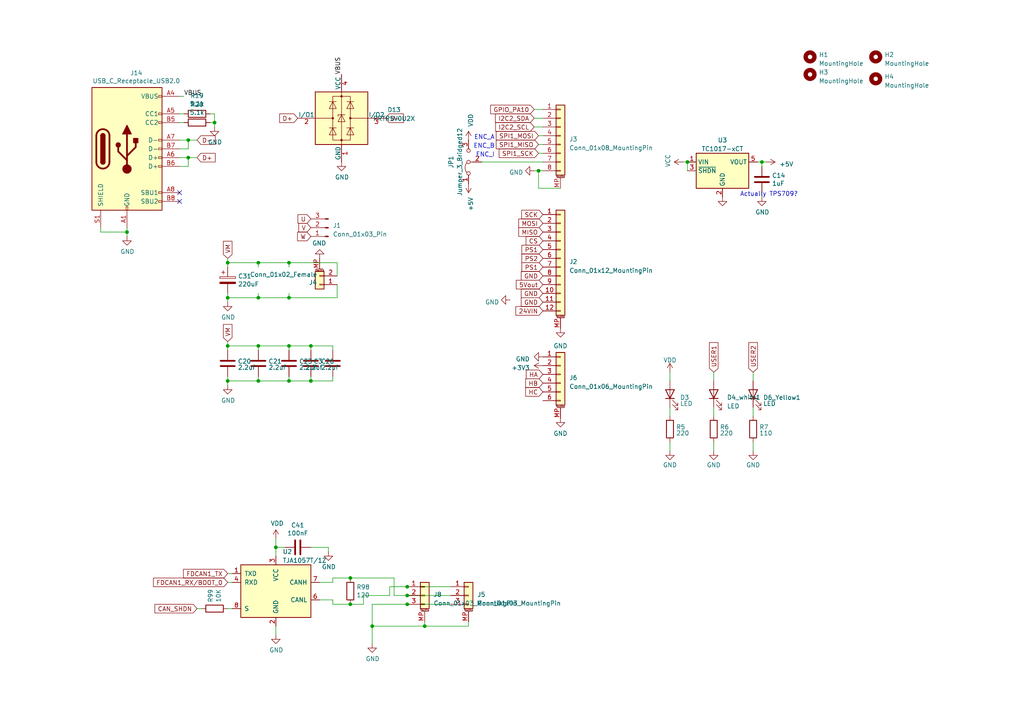
<source format=kicad_sch>
(kicad_sch (version 20230121) (generator eeschema)
  (paper "A4")
  (lib_symbols
    (symbol "Connector:Conn_01x03_Pin" (pin_names (offset 1.016) hide)
      (property "Reference" "J" (at 0 5.08 0))
      (property "Value" "Conn_01x03_Pin" (at 0 -5.08 0))
      (symbol "Conn_01x03_Pin_1_1"
        (polyline (pts (xy 1.27 -2.54) (xy 0.8636 -2.54)) (stroke (width 0.1524)))
        (polyline (pts (xy 1.27 0) (xy 0.8636 0)) (stroke (width 0.1524)))
        (polyline (pts (xy 1.27 2.54) (xy 0.8636 2.54)) (stroke (width 0.1524)))
        (rectangle (start 0.8636 -2.413) (end 0 -2.667) (stroke (width 0.1524)) (fill (type outline)))
        (rectangle (start 0.8636 0.127) (end 0 -0.127) (stroke (width 0.1524)) (fill (type outline)))
        (rectangle (start 0.8636 2.667) (end 0 2.413) (stroke (width 0.1524)) (fill (type outline)))
        (pin passive line (at 5.08 2.54 180) (length 3.81) (name "Pin_1") (number "1"))
        (pin passive line (at 5.08 0 180) (length 3.81) (name "Pin_2") (number "2"))
        (pin passive line (at 5.08 -2.54 180) (length 3.81) (name "Pin_3") (number "3"))
      )
    )
    (symbol "Connector:USB_C_Receptacle_USB2.0" (pin_names (offset 1.016))
      (property "Reference" "J" (at -10.16 19.05 0))
      (property "Value" "USB_C_Receptacle_USB2.0" (at 19.05 19.05 0))
      (symbol "USB_C_Receptacle_USB2.0_0_0"
        (rectangle (start -0.254 -17.78) (end 0.254 -16.764))
        (rectangle (start 10.16 -14.986) (end 9.144 -15.494))
        (rectangle (start 10.16 -12.446) (end 9.144 -12.954))
        (rectangle (start 10.16 -4.826) (end 9.144 -5.334))
        (rectangle (start 10.16 -2.286) (end 9.144 -2.794))
        (rectangle (start 10.16 0.254) (end 9.144 -0.254))
        (rectangle (start 10.16 2.794) (end 9.144 2.286))
        (rectangle (start 10.16 7.874) (end 9.144 7.366))
        (rectangle (start 10.16 10.414) (end 9.144 9.906))
        (rectangle (start 10.16 15.494) (end 9.144 14.986))
      )
      (symbol "USB_C_Receptacle_USB2.0_0_1"
        (rectangle (start -10.16 17.78) (end 10.16 -17.78) (stroke (width 0.254)) (fill (type background)))
        (arc (start -8.89 -3.81) (mid -6.985 -5.7067) (end -5.08 -3.81) (stroke (width 0.508)))
        (arc (start -7.62 -3.81) (mid -6.985 -4.4423) (end -6.35 -3.81) (stroke (width 0.254)))
        (arc (start -7.62 -3.81) (mid -6.985 -4.4423) (end -6.35 -3.81) (stroke (width 0.254)) (fill (type outline)))
        (rectangle (start -7.62 -3.81) (end -6.35 3.81) (stroke (width 0.254)) (fill (type outline)))
        (arc (start -6.35 3.81) (mid -6.985 4.4423) (end -7.62 3.81) (stroke (width 0.254)))
        (arc (start -6.35 3.81) (mid -6.985 4.4423) (end -7.62 3.81) (stroke (width 0.254)) (fill (type outline)))
        (arc (start -5.08 3.81) (mid -6.985 5.7067) (end -8.89 3.81) (stroke (width 0.508)))
        (circle (center -2.54 1.143) (radius 0.635) (stroke (width 0.254)) (fill (type outline)))
        (circle (center 0 -5.842) (radius 1.27) (fill (type outline)))
        (polyline (pts (xy -8.89 -3.81) (xy -8.89 3.81)) (stroke (width 0.508)))
        (polyline (pts (xy -5.08 3.81) (xy -5.08 -3.81)) (stroke (width 0.508)))
        (polyline (pts (xy 0 -5.842) (xy 0 4.318)) (stroke (width 0.508)))
        (polyline (pts (xy 0 -3.302) (xy -2.54 -0.762) (xy -2.54 0.508)) (stroke (width 0.508)))
        (polyline (pts (xy 0 -2.032) (xy 2.54 0.508) (xy 2.54 1.778)) (stroke (width 0.508)))
        (polyline (pts (xy -1.27 4.318) (xy 0 6.858) (xy 1.27 4.318) (xy -1.27 4.318)) (stroke (width 0.254)) (fill (type outline)))
        (rectangle (start 1.905 1.778) (end 3.175 3.048) (stroke (width 0.254)) (fill (type outline)))
      )
      (symbol "USB_C_Receptacle_USB2.0_1_1"
        (pin passive line (at 0 -22.86 90) (length 5.08) (name "GND") (number "A1"))
        (pin passive line (at 0 -22.86 90) (length 5.08) hide (name "GND") (number "A12"))
        (pin passive line (at 15.24 15.24 180) (length 5.08) (name "VBUS") (number "A4"))
        (pin bidirectional line (at 15.24 10.16 180) (length 5.08) (name "CC1") (number "A5"))
        (pin bidirectional line (at 15.24 -2.54 180) (length 5.08) (name "D+") (number "A6"))
        (pin bidirectional line (at 15.24 2.54 180) (length 5.08) (name "D-") (number "A7"))
        (pin bidirectional line (at 15.24 -12.7 180) (length 5.08) (name "SBU1") (number "A8"))
        (pin passive line (at 15.24 15.24 180) (length 5.08) hide (name "VBUS") (number "A9"))
        (pin passive line (at 0 -22.86 90) (length 5.08) hide (name "GND") (number "B1"))
        (pin passive line (at 0 -22.86 90) (length 5.08) hide (name "GND") (number "B12"))
        (pin passive line (at 15.24 15.24 180) (length 5.08) hide (name "VBUS") (number "B4"))
        (pin bidirectional line (at 15.24 7.62 180) (length 5.08) (name "CC2") (number "B5"))
        (pin bidirectional line (at 15.24 -5.08 180) (length 5.08) (name "D+") (number "B6"))
        (pin bidirectional line (at 15.24 0 180) (length 5.08) (name "D-") (number "B7"))
        (pin bidirectional line (at 15.24 -15.24 180) (length 5.08) (name "SBU2") (number "B8"))
        (pin passive line (at 15.24 15.24 180) (length 5.08) hide (name "VBUS") (number "B9"))
        (pin passive line (at -7.62 -22.86 90) (length 5.08) (name "SHIELD") (number "S1"))
      )
    )
    (symbol "Connector_Generic_MountingPin:Conn_01x02_MountingPin" (pin_names (offset 1.016) hide)
      (property "Reference" "J" (at 0 2.54 0))
      (property "Value" "Conn_01x02_MountingPin" (at 1.27 -5.08 0))
      (symbol "Conn_01x02_MountingPin_1_1"
        (rectangle (start -1.27 -2.413) (end 0 -2.667) (stroke (width 0.1524)))
        (rectangle (start -1.27 0.127) (end 0 -0.127) (stroke (width 0.1524)))
        (rectangle (start -1.27 1.27) (end 1.27 -3.81) (stroke (width 0.254)) (fill (type background)))
        (polyline (pts (xy -1.016 -4.572) (xy 1.016 -4.572)) (stroke (width 0.1524)))
        (text "Mounting" (at 0 -4.191 0) (effects (font (size 0.381 0.381))))
        (pin passive line (at -5.08 0 0) (length 3.81) (name "Pin_1") (number "1"))
        (pin passive line (at -5.08 -2.54 0) (length 3.81) (name "Pin_2") (number "2"))
        (pin passive line (at 0 -7.62 90) (length 3.048) (name "MountPin") (number "MP"))
      )
    )
    (symbol "Connector_Generic_MountingPin:Conn_01x03_MountingPin" (pin_names (offset 1.016) hide)
      (property "Reference" "J" (at 0 5.08 0))
      (property "Value" "Conn_01x03_MountingPin" (at 1.27 -5.08 0))
      (symbol "Conn_01x03_MountingPin_1_1"
        (rectangle (start -1.27 -2.413) (end 0 -2.667) (stroke (width 0.1524)))
        (rectangle (start -1.27 0.127) (end 0 -0.127) (stroke (width 0.1524)))
        (rectangle (start -1.27 2.667) (end 0 2.413) (stroke (width 0.1524)))
        (rectangle (start -1.27 3.81) (end 1.27 -3.81) (stroke (width 0.254)) (fill (type background)))
        (polyline (pts (xy -1.016 -4.572) (xy 1.016 -4.572)) (stroke (width 0.1524)))
        (text "Mounting" (at 0 -4.191 0) (effects (font (size 0.381 0.381))))
        (pin passive line (at -5.08 2.54 0) (length 3.81) (name "Pin_1") (number "1"))
        (pin passive line (at -5.08 0 0) (length 3.81) (name "Pin_2") (number "2"))
        (pin passive line (at -5.08 -2.54 0) (length 3.81) (name "Pin_3") (number "3"))
        (pin passive line (at 0 -7.62 90) (length 3.048) (name "MountPin") (number "MP"))
      )
    )
    (symbol "Connector_Generic_MountingPin:Conn_01x06_MountingPin" (pin_names (offset 1.016) hide)
      (property "Reference" "J" (at 0 7.62 0))
      (property "Value" "Conn_01x06_MountingPin" (at 1.27 -10.16 0))
      (symbol "Conn_01x06_MountingPin_1_1"
        (rectangle (start -1.27 -7.493) (end 0 -7.747) (stroke (width 0.1524)))
        (rectangle (start -1.27 -4.953) (end 0 -5.207) (stroke (width 0.1524)))
        (rectangle (start -1.27 -2.413) (end 0 -2.667) (stroke (width 0.1524)))
        (rectangle (start -1.27 0.127) (end 0 -0.127) (stroke (width 0.1524)))
        (rectangle (start -1.27 2.667) (end 0 2.413) (stroke (width 0.1524)))
        (rectangle (start -1.27 5.207) (end 0 4.953) (stroke (width 0.1524)))
        (rectangle (start -1.27 6.35) (end 1.27 -8.89) (stroke (width 0.254)) (fill (type background)))
        (polyline (pts (xy -1.016 -9.652) (xy 1.016 -9.652)) (stroke (width 0.1524)))
        (text "Mounting" (at 0 -9.271 0) (effects (font (size 0.381 0.381))))
        (pin passive line (at -5.08 5.08 0) (length 3.81) (name "Pin_1") (number "1"))
        (pin passive line (at -5.08 2.54 0) (length 3.81) (name "Pin_2") (number "2"))
        (pin passive line (at -5.08 0 0) (length 3.81) (name "Pin_3") (number "3"))
        (pin passive line (at -5.08 -2.54 0) (length 3.81) (name "Pin_4") (number "4"))
        (pin passive line (at -5.08 -5.08 0) (length 3.81) (name "Pin_5") (number "5"))
        (pin passive line (at -5.08 -7.62 0) (length 3.81) (name "Pin_6") (number "6"))
        (pin passive line (at 0 -12.7 90) (length 3.048) (name "MountPin") (number "MP"))
      )
    )
    (symbol "Connector_Generic_MountingPin:Conn_01x08_MountingPin" (pin_names (offset 1.016) hide)
      (property "Reference" "J" (at 0 10.16 0))
      (property "Value" "Conn_01x08_MountingPin" (at 1.27 -12.7 0))
      (symbol "Conn_01x08_MountingPin_1_1"
        (rectangle (start -1.27 -10.033) (end 0 -10.287) (stroke (width 0.1524)))
        (rectangle (start -1.27 -7.493) (end 0 -7.747) (stroke (width 0.1524)))
        (rectangle (start -1.27 -4.953) (end 0 -5.207) (stroke (width 0.1524)))
        (rectangle (start -1.27 -2.413) (end 0 -2.667) (stroke (width 0.1524)))
        (rectangle (start -1.27 0.127) (end 0 -0.127) (stroke (width 0.1524)))
        (rectangle (start -1.27 2.667) (end 0 2.413) (stroke (width 0.1524)))
        (rectangle (start -1.27 5.207) (end 0 4.953) (stroke (width 0.1524)))
        (rectangle (start -1.27 7.747) (end 0 7.493) (stroke (width 0.1524)))
        (rectangle (start -1.27 8.89) (end 1.27 -11.43) (stroke (width 0.254)) (fill (type background)))
        (polyline (pts (xy -1.016 -12.192) (xy 1.016 -12.192)) (stroke (width 0.1524)))
        (text "Mounting" (at 0 -11.811 0) (effects (font (size 0.381 0.381))))
        (pin passive line (at -5.08 7.62 0) (length 3.81) (name "Pin_1") (number "1"))
        (pin passive line (at -5.08 5.08 0) (length 3.81) (name "Pin_2") (number "2"))
        (pin passive line (at -5.08 2.54 0) (length 3.81) (name "Pin_3") (number "3"))
        (pin passive line (at -5.08 0 0) (length 3.81) (name "Pin_4") (number "4"))
        (pin passive line (at -5.08 -2.54 0) (length 3.81) (name "Pin_5") (number "5"))
        (pin passive line (at -5.08 -5.08 0) (length 3.81) (name "Pin_6") (number "6"))
        (pin passive line (at -5.08 -7.62 0) (length 3.81) (name "Pin_7") (number "7"))
        (pin passive line (at -5.08 -10.16 0) (length 3.81) (name "Pin_8") (number "8"))
        (pin passive line (at 0 -15.24 90) (length 3.048) (name "MountPin") (number "MP"))
      )
    )
    (symbol "Connector_Generic_MountingPin:Conn_01x12_MountingPin" (pin_names (offset 1.016) hide)
      (property "Reference" "J" (at 0 15.24 0))
      (property "Value" "Conn_01x12_MountingPin" (at 1.27 -17.78 0))
      (symbol "Conn_01x12_MountingPin_1_1"
        (rectangle (start -1.27 -15.113) (end 0 -15.367) (stroke (width 0.1524)))
        (rectangle (start -1.27 -12.573) (end 0 -12.827) (stroke (width 0.1524)))
        (rectangle (start -1.27 -10.033) (end 0 -10.287) (stroke (width 0.1524)))
        (rectangle (start -1.27 -7.493) (end 0 -7.747) (stroke (width 0.1524)))
        (rectangle (start -1.27 -4.953) (end 0 -5.207) (stroke (width 0.1524)))
        (rectangle (start -1.27 -2.413) (end 0 -2.667) (stroke (width 0.1524)))
        (rectangle (start -1.27 0.127) (end 0 -0.127) (stroke (width 0.1524)))
        (rectangle (start -1.27 2.667) (end 0 2.413) (stroke (width 0.1524)))
        (rectangle (start -1.27 5.207) (end 0 4.953) (stroke (width 0.1524)))
        (rectangle (start -1.27 7.747) (end 0 7.493) (stroke (width 0.1524)))
        (rectangle (start -1.27 10.287) (end 0 10.033) (stroke (width 0.1524)))
        (rectangle (start -1.27 12.827) (end 0 12.573) (stroke (width 0.1524)))
        (rectangle (start -1.27 13.97) (end 1.27 -16.51) (stroke (width 0.254)) (fill (type background)))
        (polyline (pts (xy -1.016 -17.272) (xy 1.016 -17.272)) (stroke (width 0.1524)))
        (text "Mounting" (at 0 -16.891 0) (effects (font (size 0.381 0.381))))
        (pin passive line (at -5.08 12.7 0) (length 3.81) (name "Pin_1") (number "1"))
        (pin passive line (at -5.08 -10.16 0) (length 3.81) (name "Pin_10") (number "10"))
        (pin passive line (at -5.08 -12.7 0) (length 3.81) (name "Pin_11") (number "11"))
        (pin passive line (at -5.08 -15.24 0) (length 3.81) (name "Pin_12") (number "12"))
        (pin passive line (at -5.08 10.16 0) (length 3.81) (name "Pin_2") (number "2"))
        (pin passive line (at -5.08 7.62 0) (length 3.81) (name "Pin_3") (number "3"))
        (pin passive line (at -5.08 5.08 0) (length 3.81) (name "Pin_4") (number "4"))
        (pin passive line (at -5.08 2.54 0) (length 3.81) (name "Pin_5") (number "5"))
        (pin passive line (at -5.08 0 0) (length 3.81) (name "Pin_6") (number "6"))
        (pin passive line (at -5.08 -2.54 0) (length 3.81) (name "Pin_7") (number "7"))
        (pin passive line (at -5.08 -5.08 0) (length 3.81) (name "Pin_8") (number "8"))
        (pin passive line (at -5.08 -7.62 0) (length 3.81) (name "Pin_9") (number "9"))
        (pin passive line (at 0 -20.32 90) (length 3.048) (name "MountPin") (number "MP"))
      )
    )
    (symbol "Device:C" (pin_numbers hide) (pin_names (offset 0.254))
      (property "Reference" "C" (at 0.635 2.54 0))
      (property "Value" "C" (at 0.635 -2.54 0))
      (symbol "C_0_1"
        (polyline (pts (xy -2.032 -0.762) (xy 2.032 -0.762)) (stroke (width 0.508)))
        (polyline (pts (xy -2.032 0.762) (xy 2.032 0.762)) (stroke (width 0.508)))
      )
      (symbol "C_1_1"
        (pin passive line (at 0 3.81 270) (length 2.794) (name "~") (number "1"))
        (pin passive line (at 0 -3.81 90) (length 2.794) (name "~") (number "2"))
      )
    )
    (symbol "Device:CP" (pin_numbers hide) (pin_names (offset 0.254))
      (property "Reference" "C" (at 0.635 2.54 0))
      (property "Value" "CP" (at 0.635 -2.54 0))
      (symbol "CP_0_1"
        (rectangle (start -2.286 0.508) (end 2.286 1.016))
        (polyline (pts (xy -1.778 2.286) (xy -0.762 2.286)))
        (polyline (pts (xy -1.27 2.794) (xy -1.27 1.778)))
        (rectangle (start 2.286 -0.508) (end -2.286 -1.016) (fill (type outline)))
      )
      (symbol "CP_1_1"
        (pin passive line (at 0 3.81 270) (length 2.794) (name "~") (number "1"))
        (pin passive line (at 0 -3.81 90) (length 2.794) (name "~") (number "2"))
      )
    )
    (symbol "Device:LED" (pin_numbers hide) (pin_names (offset 1.016) hide)
      (property "Reference" "D" (at 0 2.54 0))
      (property "Value" "LED" (at 0 -2.54 0))
      (symbol "LED_0_1"
        (polyline (pts (xy -1.27 -1.27) (xy -1.27 1.27)) (stroke (width 0.254)))
        (polyline (pts (xy -1.27 0) (xy 1.27 0)))
        (polyline (pts (xy 1.27 -1.27) (xy 1.27 1.27) (xy -1.27 0) (xy 1.27 -1.27)) (stroke (width 0.254)))
        (polyline (pts (xy -3.048 -0.762) (xy -4.572 -2.286) (xy -3.81 -2.286) (xy -4.572 -2.286) (xy -4.572 -1.524)))
        (polyline (pts (xy -1.778 -0.762) (xy -3.302 -2.286) (xy -2.54 -2.286) (xy -3.302 -2.286) (xy -3.302 -1.524)))
      )
      (symbol "LED_1_1"
        (pin passive line (at -3.81 0 0) (length 2.54) (name "K") (number "1"))
        (pin passive line (at 3.81 0 180) (length 2.54) (name "A") (number "2"))
      )
    )
    (symbol "Device:R" (pin_numbers hide) (pin_names (offset 0))
      (property "Reference" "R" (at 2.032 0 90))
      (property "Value" "R" (at 0 0 90))
      (symbol "R_0_1"
        (rectangle (start -1.016 -2.54) (end 1.016 2.54) (stroke (width 0.254)))
      )
      (symbol "R_1_1"
        (pin passive line (at 0 3.81 270) (length 1.27) (name "~") (number "1"))
        (pin passive line (at 0 -3.81 90) (length 1.27) (name "~") (number "2"))
      )
    )
    (symbol "Interface_CAN_LIN:TJA1051T" (pin_names (offset 1.016))
      (property "Reference" "U" (at -10.16 8.89 0))
      (property "Value" "TJA1051T" (at 1.27 8.89 0))
      (symbol "TJA1051T_0_1"
        (rectangle (start -10.16 7.62) (end 10.16 -7.62) (stroke (width 0.254)) (fill (type background)))
      )
      (symbol "TJA1051T_1_1"
        (pin input line (at -12.7 5.08 0) (length 2.54) (name "TXD") (number "1"))
        (pin power_in line (at 0 -10.16 90) (length 2.54) (name "GND") (number "2"))
        (pin power_in line (at 0 10.16 270) (length 2.54) (name "VCC") (number "3"))
        (pin output line (at -12.7 2.54 0) (length 2.54) (name "RXD") (number "4"))
        (pin no_connect line (at -12.7 -2.54 0) (length 2.54) hide (name "n.c.") (number "5"))
        (pin bidirectional line (at 12.7 -2.54 180) (length 2.54) (name "CANL") (number "6"))
        (pin bidirectional line (at 12.7 2.54 180) (length 2.54) (name "CANH") (number "7"))
        (pin input line (at -12.7 -5.08 0) (length 2.54) (name "S") (number "8"))
      )
    )
    (symbol "Jumper:Jumper_3_Bridged12" (pin_names (offset 0) hide)
      (property "Reference" "JP" (at -2.54 -2.54 0))
      (property "Value" "Jumper_3_Bridged12" (at 0 2.794 0))
      (symbol "Jumper_3_Bridged12_0_0"
        (circle (center -3.302 0) (radius 0.508))
        (circle (center 0 0) (radius 0.508))
        (circle (center 3.302 0) (radius 0.508))
      )
      (symbol "Jumper_3_Bridged12_0_1"
        (arc (start -0.254 0.508) (mid -1.651 0.9912) (end -3.048 0.508))
        (polyline (pts (xy 0 -1.27) (xy 0 -0.508)))
      )
      (symbol "Jumper_3_Bridged12_1_1"
        (pin passive line (at -6.35 0 0) (length 2.54) (name "A") (number "1"))
        (pin passive line (at 0 -3.81 90) (length 2.54) (name "C") (number "2"))
        (pin passive line (at 6.35 0 180) (length 2.54) (name "B") (number "3"))
      )
    )
    (symbol "Mechanical:MountingHole" (pin_names (offset 1.016))
      (property "Reference" "H" (at 0 5.08 0))
      (property "Value" "MountingHole" (at 0 3.175 0))
      (symbol "MountingHole_0_1"
        (circle (center 0 0) (radius 1.27) (stroke (width 1.27)))
      )
    )
    (symbol "Power_Protection:PRTR5V0U2X" (pin_names (offset 0))
      (property "Reference" "D" (at 2.794 8.636 0))
      (property "Value" "PRTR5V0U2X" (at 8.128 -9.398 0))
      (symbol "PRTR5V0U2X_0_1"
        (rectangle (start -7.62 -7.62) (end 7.62 7.62) (stroke (width 0.254)) (fill (type background)))
        (circle (center -2.54 0) (radius 0.254) (fill (type outline)))
        (rectangle (start -2.54 6.35) (end 2.54 -6.35))
        (circle (center 0 -6.35) (radius 0.254) (fill (type outline)))
        (polyline (pts (xy -2.54 0) (xy -7.62 0)))
        (polyline (pts (xy -1.524 -2.794) (xy -3.556 -2.794)))
        (polyline (pts (xy -1.524 4.826) (xy -3.556 4.826)))
        (polyline (pts (xy 0 -7.62) (xy 0 7.62)))
        (polyline (pts (xy 1.524 -2.794) (xy 3.556 -2.794)))
        (polyline (pts (xy 1.524 4.826) (xy 3.556 4.826)))
        (polyline (pts (xy 2.54 0) (xy 7.62 0)))
        (polyline (pts (xy 1.016 1.016) (xy -1.016 1.016) (xy -1.016 0.508)))
        (polyline (pts (xy -3.556 -4.826) (xy -1.524 -4.826) (xy -2.54 -2.794) (xy -3.556 -4.826)))
        (polyline (pts (xy -3.556 2.794) (xy -1.524 2.794) (xy -2.54 4.826) (xy -3.556 2.794)))
        (polyline (pts (xy -1.016 -1.016) (xy 1.016 -1.016) (xy 0 1.016) (xy -1.016 -1.016)))
        (polyline (pts (xy 3.556 -4.826) (xy 1.524 -4.826) (xy 2.54 -2.794) (xy 3.556 -4.826)))
        (polyline (pts (xy 3.556 2.794) (xy 1.524 2.794) (xy 2.54 4.826) (xy 3.556 2.794)))
        (circle (center 0 6.35) (radius 0.254) (fill (type outline)))
        (circle (center 2.54 0) (radius 0.254) (fill (type outline)))
      )
      (symbol "PRTR5V0U2X_1_1"
        (pin passive line (at 0 -12.7 90) (length 5.08) (name "GND") (number "1"))
        (pin passive line (at -12.7 0 0) (length 5.08) (name "I/O1") (number "2"))
        (pin passive line (at 12.7 0 180) (length 5.08) (name "I/O2") (number "3"))
        (pin passive line (at 0 12.7 270) (length 5.08) (name "VCC") (number "4"))
      )
    )
    (symbol "Regulator_Linear:TC1017-xCT"
      (property "Reference" "U" (at -6.35 6.35 0))
      (property "Value" "TC1017-xCT" (at 0 6.35 0))
      (symbol "TC1017-xCT_0_1"
        (rectangle (start -7.62 5.08) (end 7.62 -5.08) (stroke (width 0.254)) (fill (type background)))
      )
      (symbol "TC1017-xCT_1_1"
        (pin power_in line (at -10.16 2.54 0) (length 2.54) (name "VIN") (number "1"))
        (pin power_in line (at 0 -7.62 90) (length 2.54) (name "GND") (number "2"))
        (pin input line (at -10.16 0 0) (length 2.54) (name "~{SHDN}") (number "3"))
        (pin no_connect line (at 7.62 0 180) (length 2.54) hide (name "NC") (number "4"))
        (pin power_out line (at 10.16 2.54 180) (length 2.54) (name "VOUT") (number "5"))
      )
    )
    (symbol "power:+3V3" (power) (pin_names (offset 0))
      (property "Value" "+3V3" (at 0 3.556 0))
      (symbol "+3V3_0_1"
        (polyline (pts (xy -0.762 1.27) (xy 0 2.54)))
        (polyline (pts (xy 0 0) (xy 0 2.54)))
        (polyline (pts (xy 0 2.54) (xy 0.762 1.27)))
      )
      (symbol "+3V3_1_1"
        (pin power_in line (at 0 0 90) (length 0) hide (name "+3V3") (number "1"))
      )
    )
    (symbol "power:+5V" (power) (pin_names (offset 0))
      (property "Value" "+5V" (at 0 3.556 0))
      (symbol "+5V_0_1"
        (polyline (pts (xy -0.762 1.27) (xy 0 2.54)))
        (polyline (pts (xy 0 0) (xy 0 2.54)))
        (polyline (pts (xy 0 2.54) (xy 0.762 1.27)))
      )
      (symbol "+5V_1_1"
        (pin power_in line (at 0 0 90) (length 0) hide (name "+5V") (number "1"))
      )
    )
    (symbol "power:GND" (power) (pin_names (offset 0))
      (property "Value" "GND" (at 0 -3.81 0))
      (symbol "GND_0_1"
        (polyline (pts (xy 0 0) (xy 0 -1.27) (xy 1.27 -1.27) (xy 0 -2.54) (xy -1.27 -1.27) (xy 0 -1.27)))
      )
      (symbol "GND_1_1"
        (pin power_in line (at 0 0 270) (length 0) hide (name "GND") (number "1"))
      )
    )
    (symbol "power:VCC" (power) (pin_names (offset 0))
      (property "Value" "VCC" (at 0 3.81 0))
      (symbol "VCC_0_1"
        (polyline (pts (xy -0.762 1.27) (xy 0 2.54)))
        (polyline (pts (xy 0 0) (xy 0 2.54)))
        (polyline (pts (xy 0 2.54) (xy 0.762 1.27)))
      )
      (symbol "VCC_1_1"
        (pin power_in line (at 0 0 90) (length 0) hide (name "VCC") (number "1"))
      )
    )
    (symbol "power:VDD" (power) (pin_names (offset 0))
      (property "Value" "VDD" (at 0 3.81 0))
      (symbol "VDD_0_1"
        (polyline (pts (xy -0.762 1.27) (xy 0 2.54)))
        (polyline (pts (xy 0 0) (xy 0 2.54)))
        (polyline (pts (xy 0 2.54) (xy 0.762 1.27)))
      )
      (symbol "VDD_1_1"
        (pin power_in line (at 0 0 90) (length 0) hide (name "VDD") (number "1"))
      )
    )
  )
  (junction (at 54.61 40.64))
  (junction (at 66.04 86.36))
  (junction (at 220.98 46.99))
  (junction (at 66.04 110.49))
  (junction (at 101.6 167.64))
  (junction (at 156.21 49.53))
  (junction (at 118.11 172.72))
  (junction (at 74.93 76.2))
  (junction (at 118.11 170.18))
  (junction (at 90.17 100.33))
  (junction (at 66.04 76.2))
  (junction (at 107.95 181.61))
  (junction (at 199.39 46.99))
  (junction (at 66.04 100.33))
  (junction (at 83.82 110.49))
  (junction (at 74.93 100.33))
  (junction (at 118.11 175.26))
  (junction (at 83.82 76.2))
  (junction (at 123.19 181.61))
  (junction (at 83.82 86.36))
  (junction (at 74.93 86.36))
  (junction (at 101.6 175.26))
  (junction (at 62.23 35.56))
  (junction (at 90.17 110.49))
  (junction (at 36.83 67.31))
  (junction (at 83.82 100.33))
  (junction (at 74.93 110.49))
  (junction (at 80.01 158.75))
  (junction (at 54.61 45.72))
  (no_connect (at 52.07 58.42))
  (no_connect (at 52.07 55.88))
  (wire (pts (xy 74.93 85.09) (xy 74.93 86.36)))
  (wire (pts (xy 90.17 110.49) (xy 96.52 110.49)))
  (wire (pts (xy 220.98 48.26) (xy 220.98 46.99)))
  (wire (pts (xy 90.17 100.33) (xy 96.52 100.33)))
  (wire (pts (xy 101.6 167.64) (xy 114.3 167.64)))
  (wire (pts (xy 95.25 158.75) (xy 95.25 160.02)))
  (wire (pts (xy 66.04 100.33) (xy 66.04 101.6)))
  (wire (pts (xy 198.12 46.99) (xy 199.39 46.99)))
  (wire (pts (xy 118.11 172.72) (xy 130.81 172.72)))
  (wire (pts (xy 74.93 100.33) (xy 83.82 100.33)))
  (wire (pts (xy 66.04 168.91) (xy 67.31 168.91)))
  (wire (pts (xy 156.21 44.45) (xy 157.48 44.45)))
  (wire (pts (xy 123.19 181.61) (xy 135.89 181.61)))
  (wire (pts (xy 96.52 167.64) (xy 101.6 167.64)))
  (wire (pts (xy 96.52 110.49) (xy 96.52 109.22)))
  (wire (pts (xy 92.71 168.91) (xy 96.52 168.91)))
  (wire (pts (xy 66.04 110.49) (xy 66.04 111.76)))
  (wire (pts (xy 54.61 45.72) (xy 57.15 45.72)))
  (wire (pts (xy 207.01 118.11) (xy 207.01 120.65)))
  (wire (pts (xy 96.52 175.26) (xy 96.52 173.99)))
  (wire (pts (xy 83.82 100.33) (xy 90.17 100.33)))
  (wire (pts (xy 54.61 40.64) (xy 57.15 40.64)))
  (wire (pts (xy 52.07 40.64) (xy 54.61 40.64)))
  (wire (pts (xy 90.17 110.49) (xy 90.17 109.22)))
  (wire (pts (xy 96.52 173.99) (xy 92.71 173.99)))
  (wire (pts (xy 66.04 99.06) (xy 66.04 100.33)))
  (wire (pts (xy 36.83 66.04) (xy 36.83 67.31)))
  (wire (pts (xy 156.21 41.91) (xy 157.48 41.91)))
  (wire (pts (xy 60.96 35.56) (xy 62.23 35.56)))
  (wire (pts (xy 113.03 170.18) (xy 118.11 170.18)))
  (wire (pts (xy 105.41 175.26) (xy 101.6 175.26)))
  (wire (pts (xy 218.44 128.27) (xy 218.44 130.81)))
  (wire (pts (xy 66.04 86.36) (xy 66.04 85.09)))
  (wire (pts (xy 97.79 80.01) (xy 97.79 76.2)))
  (wire (pts (xy 207.01 128.27) (xy 207.01 130.81)))
  (wire (pts (xy 83.82 110.49) (xy 74.93 110.49)))
  (wire (pts (xy 118.11 170.18) (xy 130.81 170.18)))
  (wire (pts (xy 83.82 110.49) (xy 90.17 110.49)))
  (wire (pts (xy 162.56 54.61) (xy 156.21 54.61)))
  (wire (pts (xy 156.21 54.61) (xy 156.21 49.53)))
  (wire (pts (xy 118.11 175.26) (xy 107.95 175.26)))
  (wire (pts (xy 66.04 166.37) (xy 67.31 166.37)))
  (wire (pts (xy 83.82 76.2) (xy 74.93 76.2)))
  (wire (pts (xy 105.41 172.72) (xy 105.41 175.26)))
  (wire (pts (xy 118.11 172.72) (xy 114.3 172.72)))
  (wire (pts (xy 52.07 27.94) (xy 53.34 27.94)))
  (wire (pts (xy 199.39 46.99) (xy 199.39 49.53)))
  (wire (pts (xy 207.01 107.95) (xy 207.01 110.49)))
  (wire (pts (xy 66.04 109.22) (xy 66.04 110.49)))
  (wire (pts (xy 74.93 86.36) (xy 83.82 86.36)))
  (wire (pts (xy 90.17 100.33) (xy 90.17 101.6)))
  (wire (pts (xy 154.94 31.75) (xy 157.48 31.75)))
  (wire (pts (xy 218.44 107.95) (xy 218.44 110.49)))
  (wire (pts (xy 74.93 109.22) (xy 74.93 110.49)))
  (wire (pts (xy 218.44 118.11) (xy 218.44 120.65)))
  (wire (pts (xy 66.04 100.33) (xy 74.93 100.33)))
  (wire (pts (xy 83.82 85.09) (xy 83.82 86.36)))
  (wire (pts (xy 107.95 181.61) (xy 123.19 181.61)))
  (wire (pts (xy 74.93 100.33) (xy 74.93 101.6)))
  (wire (pts (xy 66.04 86.36) (xy 74.93 86.36)))
  (wire (pts (xy 90.17 158.75) (xy 95.25 158.75)))
  (wire (pts (xy 135.89 181.61) (xy 135.89 180.34)))
  (wire (pts (xy 113.03 172.72) (xy 113.03 170.18)))
  (wire (pts (xy 107.95 181.61) (xy 107.95 186.69)))
  (wire (pts (xy 156.21 39.37) (xy 157.48 39.37)))
  (wire (pts (xy 220.98 46.99) (xy 219.71 46.99)))
  (wire (pts (xy 54.61 40.64) (xy 54.61 43.18)))
  (wire (pts (xy 29.21 66.04) (xy 29.21 67.31)))
  (wire (pts (xy 220.98 55.88) (xy 220.98 57.15)))
  (wire (pts (xy 123.19 180.34) (xy 123.19 181.61)))
  (wire (pts (xy 80.01 158.75) (xy 80.01 156.21)))
  (wire (pts (xy 80.01 181.61) (xy 80.01 184.15)))
  (wire (pts (xy 57.15 176.53) (xy 58.42 176.53)))
  (wire (pts (xy 83.82 77.47) (xy 83.82 76.2)))
  (wire (pts (xy 96.52 168.91) (xy 96.52 167.64)))
  (wire (pts (xy 194.31 128.27) (xy 194.31 130.81)))
  (wire (pts (xy 74.93 76.2) (xy 66.04 76.2)))
  (wire (pts (xy 154.94 34.29) (xy 157.48 34.29)))
  (wire (pts (xy 80.01 161.29) (xy 80.01 158.75)))
  (wire (pts (xy 194.31 107.95) (xy 194.31 110.49)))
  (wire (pts (xy 52.07 43.18) (xy 54.61 43.18)))
  (wire (pts (xy 62.23 33.02) (xy 60.96 33.02)))
  (wire (pts (xy 156.21 49.53) (xy 157.48 49.53)))
  (wire (pts (xy 74.93 110.49) (xy 66.04 110.49)))
  (wire (pts (xy 74.93 77.47) (xy 74.93 76.2)))
  (wire (pts (xy 67.31 176.53) (xy 66.04 176.53)))
  (wire (pts (xy 66.04 77.47) (xy 66.04 76.2)))
  (wire (pts (xy 154.94 36.83) (xy 157.48 36.83)))
  (wire (pts (xy 114.3 172.72) (xy 114.3 167.64)))
  (wire (pts (xy 220.98 46.99) (xy 222.25 46.99)))
  (wire (pts (xy 52.07 33.02) (xy 53.34 33.02)))
  (wire (pts (xy 66.04 76.2) (xy 66.04 74.93)))
  (wire (pts (xy 29.21 67.31) (xy 36.83 67.31)))
  (wire (pts (xy 105.41 172.72) (xy 113.03 172.72)))
  (wire (pts (xy 107.95 175.26) (xy 107.95 181.61)))
  (wire (pts (xy 101.6 175.26) (xy 96.52 175.26)))
  (wire (pts (xy 154.94 49.53) (xy 156.21 49.53)))
  (wire (pts (xy 52.07 45.72) (xy 54.61 45.72)))
  (wire (pts (xy 62.23 35.56) (xy 62.23 33.02)))
  (wire (pts (xy 80.01 158.75) (xy 82.55 158.75)))
  (wire (pts (xy 52.07 48.26) (xy 54.61 48.26)))
  (wire (pts (xy 194.31 118.11) (xy 194.31 120.65)))
  (wire (pts (xy 52.07 35.56) (xy 53.34 35.56)))
  (wire (pts (xy 97.79 86.36) (xy 97.79 82.55)))
  (wire (pts (xy 97.79 76.2) (xy 83.82 76.2)))
  (wire (pts (xy 83.82 109.22) (xy 83.82 110.49)))
  (wire (pts (xy 83.82 86.36) (xy 97.79 86.36)))
  (wire (pts (xy 66.04 87.63) (xy 66.04 86.36)))
  (wire (pts (xy 83.82 101.6) (xy 83.82 100.33)))
  (wire (pts (xy 118.11 175.26) (xy 130.81 175.26)))
  (wire (pts (xy 36.83 67.31) (xy 36.83 68.58)))
  (wire (pts (xy 62.23 36.83) (xy 62.23 35.56)))
  (wire (pts (xy 139.7 46.99) (xy 157.48 46.99)))
  (wire (pts (xy 54.61 48.26) (xy 54.61 45.72)))
  (wire (pts (xy 96.52 100.33) (xy 96.52 101.6)))
  (text "ENC_A" (at 143.51 40.64 0) (effects (font (size 1.27 1.27)) (justify right bottom)))
  (text "Actually TPS709?" (at 214.63 57.15 0) (effects (font (size 1.27 1.27)) (justify left bottom)))
  (text "ENC_B" (at 143.51 43.18 0) (effects (font (size 1.27 1.27)) (justify right bottom)))
  (text "ENC_I" (at 143.51 45.72 0) (effects (font (size 1.27 1.27)) (justify right bottom)))
  (label "VBUS" (at 53.34 27.94 0))
  (label "VBUS" (at 99.06 21.59 90))
  (global_label "CAN_SHDN" (shape input) (at 57.15 176.53 180) (property "Intersheetrefs" "${INTERSHEET_REFS}" (effects hide)))
  (global_label "VM" (shape input) (at 66.04 74.93 90) (property "Intersheetrefs" "${INTERSHEET_REFS}" (effects hide)))
  (global_label "I2C2_SCL" (shape input) (at 154.94 36.83 180) (property "Intersheetrefs" "${INTERSHEET_REFS}" (effects hide)))
  (global_label "HC" (shape input) (at 157.48 113.665 180) (property "Intersheetrefs" "${INTERSHEET_REFS}" (effects hide)))
  (global_label "PS2" (shape input) (at 157.48 74.93 180) (property "Intersheetrefs" "${INTERSHEET_REFS}" (effects hide)))
  (global_label "SPI1_SCK" (shape input) (at 156.21 44.45 180) (property "Intersheetrefs" "${INTERSHEET_REFS}" (effects hide)))
  (global_label "W" (shape input) (at 90.17 68.58 180) (property "Intersheetrefs" "${INTERSHEET_REFS}" (effects hide)))
  (global_label "FDCAN1_TX" (shape input) (at 66.04 166.37 180) (property "Intersheetrefs" "${INTERSHEET_REFS}" (effects hide)))
  (global_label "D+" (shape input) (at 57.15 45.72 0) (property "Intersheetrefs" "${INTERSHEET_REFS}" (effects hide)))
  (global_label "SPI1_MOSI" (shape input) (at 156.21 39.37 180) (property "Intersheetrefs" "${INTERSHEET_REFS}" (effects hide)))
  (global_label "U" (shape input) (at 90.17 63.5 180) (property "Intersheetrefs" "${INTERSHEET_REFS}" (effects hide)))
  (global_label "VM" (shape input) (at 66.04 99.06 90) (property "Intersheetrefs" "${INTERSHEET_REFS}" (effects hide)))
  (global_label "SCK" (shape input) (at 157.48 62.23 180) (property "Intersheetrefs" "${INTERSHEET_REFS}" (effects hide)))
  (global_label "D-" (shape input) (at 111.76 34.29 0) (property "Intersheetrefs" "${INTERSHEET_REFS}" (effects hide)))
  (global_label "GND" (shape input) (at 157.48 85.09 180) (property "Intersheetrefs" "${INTERSHEET_REFS}" (effects hide)))
  (global_label "GND" (shape input) (at 157.48 87.63 180) (property "Intersheetrefs" "${INTERSHEET_REFS}" (effects hide)))
  (global_label "USER2" (shape input) (at 218.44 107.95 90) (property "Intersheetrefs" "${INTERSHEET_REFS}" (effects hide)))
  (global_label "HB" (shape input) (at 157.48 111.125 180) (property "Intersheetrefs" "${INTERSHEET_REFS}" (effects hide)))
  (global_label "HA" (shape input) (at 157.48 108.585 180) (property "Intersheetrefs" "${INTERSHEET_REFS}" (effects hide)))
  (global_label "MOSI" (shape input) (at 157.48 64.77 180) (property "Intersheetrefs" "${INTERSHEET_REFS}" (effects hide)))
  (global_label "D-" (shape input) (at 57.15 40.64 0) (property "Intersheetrefs" "${INTERSHEET_REFS}" (effects hide)))
  (global_label "CS" (shape input) (at 157.48 69.85 180) (property "Intersheetrefs" "${INTERSHEET_REFS}" (effects hide)))
  (global_label "SPI1_MISO" (shape input) (at 156.21 41.91 180) (property "Intersheetrefs" "${INTERSHEET_REFS}" (effects hide)))
  (global_label "GPIO_PA10" (shape input) (at 154.94 31.75 180) (property "Intersheetrefs" "${INTERSHEET_REFS}" (effects hide)))
  (global_label "V" (shape input) (at 90.17 66.04 180) (property "Intersheetrefs" "${INTERSHEET_REFS}" (effects hide)))
  (global_label "24VIN" (shape input) (at 157.48 90.17 180) (property "Intersheetrefs" "${INTERSHEET_REFS}" (effects hide)))
  (global_label "GND" (shape input) (at 157.48 80.01 180) (property "Intersheetrefs" "${INTERSHEET_REFS}" (effects hide)))
  (global_label "I2C2_SDA" (shape input) (at 154.94 34.29 180) (property "Intersheetrefs" "${INTERSHEET_REFS}" (effects hide)))
  (global_label "5Vout" (shape input) (at 157.48 82.55 180) (property "Intersheetrefs" "${INTERSHEET_REFS}" (effects hide)))
  (global_label "PS1" (shape input) (at 157.48 77.47 180) (property "Intersheetrefs" "${INTERSHEET_REFS}" (effects hide)))
  (global_label "PS1" (shape input) (at 157.48 72.39 180) (property "Intersheetrefs" "${INTERSHEET_REFS}" (effects hide)))
  (global_label "FDCAN1_RX{slash}BOOT_0" (shape input) (at 66.04 168.91 180) (property "Intersheetrefs" "${INTERSHEET_REFS}" (effects hide)))
  (global_label "D+" (shape input) (at 86.36 34.29 180) (property "Intersheetrefs" "${INTERSHEET_REFS}" (effects hide)))
  (global_label "MISO" (shape input) (at 157.48 67.31 180) (property "Intersheetrefs" "${INTERSHEET_REFS}" (effects hide)))
  (global_label "USER1" (shape input) (at 207.01 107.95 90) (property "Intersheetrefs" "${INTERSHEET_REFS}" (effects hide)))
  (symbol (lib_id "Device:R") (at 101.6 171.45 0) (unit 1)
    (property "Reference" "R98" (at 103.378 170.2816 0) (effects (justify left)))
    (property "Value" "120" (at 103.378 172.593 0) (effects (justify left)))
    (property "Footprint" "Resistor_SMD:R_0402_1005Metric" (effects hide))
  )
  (symbol (lib_id "power:GND") (at 80.01 184.15 0) (unit 1)
    (property "Reference" "#PWR0137" (effects hide))
    (property "Value" "GND" (at 80.137 188.5442 0))
  )
  (symbol (lib_id "power:GND") (at 107.95 186.69 0) (unit 1)
    (property "Reference" "#PWR0139" (effects hide))
    (property "Value" "GND" (at 108.077 191.0842 0))
  )
  (symbol (lib_id "power:VDD") (at 80.01 156.21 0) (unit 1)
    (property "Reference" "#PWR0138" (effects hide))
    (property "Value" "VDD" (at 80.391 151.8158 0))
  )
  (symbol (lib_id "power:GND") (at 95.25 160.02 0) (unit 1)
    (property "Reference" "#PWR0140" (effects hide))
    (property "Value" "GND" (at 95.377 164.4142 0))
  )
  (symbol (lib_id "Connector_Generic_MountingPin:Conn_01x02_MountingPin") (at 92.71 82.55 180) (unit 1)
    (property "Reference" "J4" (at 91.9988 81.9404 0) (effects (justify left)))
    (property "Value" "Conn_01x02_Female" (at 91.9988 79.629 0) (effects (justify left)))
    (property "Footprint" "Connector_AMASS:AMASS_XT30PW-M_1x02_P2.50mm_Horizontal" (effects hide))
  )
  (symbol (lib_id "Device:C") (at 86.36 158.75 270) (unit 1)
    (property "Reference" "C41" (at 86.36 152.3492 90))
    (property "Value" "100nF" (at 86.36 154.6606 90))
    (property "Footprint" "Capacitor_SMD:C_0402_1005Metric" (effects hide))
  )
  (symbol (lib_id "power:GND") (at 66.04 87.63 0) (unit 1)
    (property "Reference" "#PWR0136" (effects hide))
    (property "Value" "GND" (at 66.167 92.0242 0))
  )
  (symbol (lib_id "power:GND") (at 207.01 130.81 0) (unit 1)
    (property "Reference" "#PWR0145" (effects hide))
    (property "Value" "GND" (at 207.01 134.8661 0))
  )
  (symbol (lib_id "Device:LED") (at 218.44 114.3 90) (unit 1)
    (property "Reference" "D6_Yellow1" (at 221.361 115.293 90) (effects (justify right)))
    (property "Value" "LED" (at 221.361 117.0552 90) (effects (justify right)))
    (property "Footprint" "LED_SMD:LED_0805_2012Metric" (effects hide))
  )
  (symbol (lib_id "Device:R") (at 57.15 35.56 270) (unit 1)
    (property "Reference" "R20" (at 57.15 30.3022 90))
    (property "Value" "5.1k" (at 57.15 32.6136 90))
    (property "Footprint" "Resistor_SMD:R_0402_1005Metric" (effects hide))
    (property "LCSC Part" "C23186" (effects hide))
  )
  (symbol (lib_id "power:GND") (at 162.56 121.285 0) (unit 1)
    (property "Reference" "#PWR011" (effects hide))
    (property "Value" "GND" (at 162.56 125.73 0))
  )
  (symbol (lib_id "power:GND") (at 92.71 74.93 180) (unit 1)
    (property "Reference" "#PWR0157" (effects hide))
    (property "Value" "GND" (at 92.583 70.5358 0))
  )
  (symbol (lib_id "Device:C") (at 96.52 105.41 0) (mirror y) (unit 1)
    (property "Reference" "C3" (at 93.599 104.8155 0) (effects (justify left)))
    (property "Value" "2.2uf" (at 93.599 106.5777 0) (effects (justify left)))
    (property "Footprint" "Capacitor_SMD:C_1206_3216Metric" (effects hide))
    (property "LCSC Part" "C650969" (effects hide))
  )
  (symbol (lib_id "Device:C") (at 66.04 105.41 0) (unit 1)
    (property "Reference" "C20" (at 68.961 104.8155 0) (effects (justify left)))
    (property "Value" "2.2uf" (at 68.961 106.5777 0) (effects (justify left)))
    (property "Footprint" "Capacitor_SMD:C_1206_3216Metric" (effects hide))
    (property "LCSC Part" "C650969" (effects hide))
  )
  (symbol (lib_id "power:GND") (at 220.98 57.15 0) (unit 1)
    (property "Reference" "#PWR0108" (effects hide))
    (property "Value" "GND" (at 221.107 61.5442 0))
    (instances (project "STSPIN32G4_V2" (path "" (reference "#PWR0108") (unit 1)) (path "" (reference "#PWR0109") (unit 1))))
  )
  (symbol (lib_id "Device:C") (at 74.93 105.41 0) (unit 1)
    (property "Reference" "C21" (at 77.851 104.8155 0) (effects (justify left)))
    (property "Value" "2.2uf" (at 77.851 106.5777 0) (effects (justify left)))
    (property "Footprint" "Capacitor_SMD:C_1206_3216Metric" (effects hide))
    (property "LCSC Part" "C650969" (effects hide))
  )
  (symbol (lib_id "Device:C") (at 220.98 52.07 0) (unit 1)
    (property "Reference" "C14" (at 223.901 50.9016 0) (effects (justify left)))
    (property "Value" "1uF" (at 223.901 53.213 0) (effects (justify left)))
    (property "Footprint" "Capacitor_SMD:C_0402_1005Metric" (effects hide))
  )
  (symbol (lib_id "Connector:USB_C_Receptacle_USB2.0") (at 36.83 43.18 0) (unit 1)
    (property "Reference" "J14" (at 39.5478 21.1582 0))
    (property "Value" "USB_C_Receptacle_USB2.0" (at 39.5478 23.4696 0))
    (property "Footprint" "Connector_USB:USB_C_Receptacle_XKB_U262-16XN-4BVC11" (effects hide))
    (property "Datasheet" "https://www.usb.org/sites/default/files/documents/usb_type-c.zip" (effects hide))
    (property "LCSC Part" "C165948" (effects hide))
  )
  (symbol (lib_id "power:GND") (at 36.83 68.58 0) (unit 1)
    (property "Reference" "#PWR0159" (effects hide))
    (property "Value" "GND" (at 36.957 72.9742 0))
    (instances (project "STSPIN32G4_V2" (path "" (reference "#PWR0159") (unit 1))) (project "pico_twister" (path "" (reference "#PWR0147") (unit 1))))
  )
  (symbol (lib_id "power:GND") (at 218.44 130.81 0) (unit 1)
    (property "Reference" "#PWR0143" (effects hide))
    (property "Value" "GND" (at 218.44 134.8661 0))
  )
  (symbol (lib_id "Device:R") (at 207.01 124.46 0) (unit 1)
    (property "Reference" "R6" (at 208.788 123.8655 0) (effects (justify left)))
    (property "Value" "220" (at 208.788 125.6277 0) (effects (justify left)))
    (property "Footprint" "Resistor_SMD:R_0402_1005Metric" (effects hide))
  )
  (symbol (lib_id "Connector_Generic_MountingPin:Conn_01x08_MountingPin") (at 162.56 39.37 0) (unit 1)
    (property "Reference" "J3" (at 165.1 40.3606 0) (effects (justify left)))
    (property "Value" "Conn_01x08_MountingPin" (at 165.1 42.9006 0) (effects (justify left)))
    (property "Footprint" "Connector_JST:JST_SH_BM08B-SRSS-TB_1x08-1MP_P1.00mm_Vertical" (effects hide))
  )
  (symbol (lib_id "power:VDD") (at 135.89 40.64 0) (unit 1)
    (property "Reference" "#PWR0146" (effects hide))
    (property "Value" "VDD" (at 136.525 36.83 90) (effects (justify left)))
  )
  (symbol (lib_id "power:GND") (at 99.06 46.99 0) (unit 1)
    (property "Reference" "#PWR0161" (effects hide))
    (property "Value" "GND" (at 99.187 51.3842 0))
    (instances (project "STSPIN32G4_V2" (path "" (reference "#PWR0161") (unit 1))) (project "pico_twister" (path "" (reference "#PWR0155") (unit 1))))
  )
  (symbol (lib_id "Interface_CAN_LIN:TJA1051T") (at 80.01 171.45 0) (unit 1)
    (property "Reference" "U2" (at 81.9659 160.02 0) (effects (justify left)))
    (property "Value" "TJA1057T/1Z" (at 81.9659 162.56 0) (effects (justify left)))
    (property "Footprint" "Package_SO:SOIC-8_3.9x4.9mm_P1.27mm" (effects hide))
    (property "Datasheet" "http://www.nxp.com/documents/data_sheet/TJA1051.pdf" (effects hide))
    (property "LCSC" "C961484" (effects hide))
  )
  (symbol (lib_id "power:GND") (at 162.56 95.25 0) (unit 1)
    (property "Reference" "#PWR03" (effects hide))
    (property "Value" "GND" (at 162.56 100.33 0))
  )
  (symbol (lib_id "power:+5V") (at 222.25 46.99 270) (unit 1)
    (property "Reference" "#PWR01" (effects hide))
    (property "Value" "+5V" (at 226.06 47.625 90) (effects (justify left)))
  )
  (symbol (lib_id "power:+5V") (at 135.89 53.34 180) (unit 1)
    (property "Reference" "#PWR01" (effects hide))
    (property "Value" "+5V" (at 136.525 57.15 90) (effects (justify left)))
    (instances (project "STSPIN32G4_V2" (path "" (reference "#PWR01") (unit 1)) (path "" (reference "#PWR05") (unit 1))))
  )
  (symbol (lib_id "power:GND") (at 62.23 36.83 0) (unit 1)
    (property "Reference" "#PWR0160" (effects hide))
    (property "Value" "GND" (at 62.357 41.2242 0))
    (instances (project "STSPIN32G4_V2" (path "" (reference "#PWR0160") (unit 1))) (project "pico_twister" (path "" (reference "#PWR0155") (unit 1))))
  )
  (symbol (lib_id "power:GND") (at 154.94 49.53 270) (unit 1)
    (property "Reference" "#PWR0147" (effects hide))
    (property "Value" "GND" (at 151.765 50.009 90) (effects (justify right)))
  )
  (symbol (lib_id "Connector_Generic_MountingPin:Conn_01x06_MountingPin") (at 162.56 108.585 0) (unit 1)
    (property "Reference" "J6" (at 165.1 109.5756 0) (effects (justify left)))
    (property "Value" "Conn_01x06_MountingPin" (at 165.1 112.1156 0) (effects (justify left)))
    (property "Footprint" "Connector_JST:JST_SH_BM06B-SRSS-TB_1x06-1MP_P1.00mm_Vertical" (effects hide))
  )
  (symbol (lib_id "power:GND") (at 66.04 111.76 0) (unit 1)
    (property "Reference" "#PWR0154" (effects hide))
    (property "Value" "GND" (at 66.167 116.1542 0))
  )
  (symbol (lib_id "Device:C") (at 83.82 105.41 0) (unit 1)
    (property "Reference" "C23" (at 86.741 104.8155 0) (effects (justify left)))
    (property "Value" "2.2uf" (at 86.741 106.5777 0) (effects (justify left)))
    (property "Footprint" "Capacitor_SMD:C_1206_3216Metric" (effects hide))
    (property "LCSC Part" "C650969" (effects hide))
  )
  (symbol (lib_id "Mechanical:MountingHole") (at 234.95 21.59 0) (unit 1)
    (property "Reference" "H3" (at 237.49 20.955 0) (effects (justify left)))
    (property "Value" "MountingHole" (at 237.49 23.495 0) (effects (justify left)))
    (property "Footprint" "MountingHole:MountingHole_3.2mm_M3_ISO14580" (effects hide))
  )
  (symbol (lib_id "power:VDD") (at 194.31 107.95 0) (unit 1)
    (property "Reference" "#PWR0151" (effects hide))
    (property "Value" "VDD" (at 194.31 104.4671 0))
  )
  (symbol (lib_id "power:GND") (at 194.31 130.81 0) (unit 1)
    (property "Reference" "#PWR0150" (effects hide))
    (property "Value" "GND" (at 194.31 134.8661 0))
  )
  (symbol (lib_id "power:GND") (at 157.48 103.505 270) (unit 1)
    (property "Reference" "#PWR013" (effects hide))
    (property "Value" "GND" (at 153.67 104.14 90) (effects (justify right)))
  )
  (symbol (lib_id "Regulator_Linear:TC1017-xCT") (at 209.55 49.53 0) (unit 1)
    (property "Reference" "U3" (at 209.55 40.64 0))
    (property "Value" "TC1017-xCT" (at 209.55 43.18 0))
    (property "Footprint" "Package_TO_SOT_SMD:SOT-23-5" (effects hide))
    (property "Datasheet" "http://ww1.microchip.com/downloads/en/DeviceDoc/21813F.pdf" (effects hide))
    (property "LCSC" "C626434" (effects hide))
  )
  (symbol (lib_id "Connector_Generic_MountingPin:Conn_01x12_MountingPin") (at 162.56 74.93 0) (unit 1)
    (property "Reference" "J2" (at 165.1 75.9206 0) (effects (justify left)))
    (property "Value" "Conn_01x12_MountingPin" (at 165.1 78.4606 0) (effects (justify left)))
    (property "Footprint" "Connector_FFC-FPC:TE_1-1734839-2_1x12-1MP_P0.5mm_Horizontal" (effects hide))
  )
  (symbol (lib_id "Connector:Conn_01x03_Pin") (at 95.25 66.04 180) (unit 1)
    (property "Reference" "J1" (at 96.52 65.405 0) (effects (justify right)))
    (property "Value" "Conn_01x03_Pin" (at 96.52 67.945 0) (effects (justify right)))
    (property "Footprint" "Connector_JST:JST_XH_B3B-XH-AM_1x03_P2.50mm_Vertical" (effects hide))
  )
  (symbol (lib_id "Connector_Generic_MountingPin:Conn_01x03_MountingPin") (at 135.89 172.72 0) (unit 1)
    (property "Reference" "J5" (at 138.43 172.4406 0) (effects (justify left)))
    (property "Value" "Conn_01x03_MountingPin" (at 138.43 174.9806 0) (effects (justify left)))
    (property "Footprint" "Connector_JST:JST_SH_BM03B-SRSS-TB_1x03-1MP_P1.00mm_Vertical" (effects hide))
  )
  (symbol (lib_id "power:GND") (at 209.55 57.15 0) (unit 1)
    (property "Reference" "#PWR0108" (effects hide))
    (property "Value" "GND" (effects hide))
    (instances (project "STSPIN32G4_V2" (path "" (reference "#PWR0108") (unit 1)) (path "" (reference "#PWR0162") (unit 1))))
  )
  (symbol (lib_id "Jumper:Jumper_3_Bridged12") (at 135.89 46.99 90) (unit 1)
    (property "Reference" "JP1" (at 130.81 46.99 0))
    (property "Value" "Jumper_3_Bridged12" (at 133.35 46.99 0))
    (property "Footprint" "Jumper:SolderJumper-3_P1.3mm_Bridged2Bar12_RoundedPad1.0x1.5mm_NumberLabels" (effects hide))
  )
  (symbol (lib_id "Device:R") (at 62.23 176.53 90) (unit 1)
    (property "Reference" "R99" (at 61.0616 174.752 0) (effects (justify left)))
    (property "Value" "10K" (at 63.373 174.752 0) (effects (justify left)))
    (property "Footprint" "Resistor_SMD:R_0402_1005Metric" (effects hide))
  )
  (symbol (lib_id "Device:R") (at 57.15 33.02 270) (unit 1)
    (property "Reference" "R19" (at 57.15 27.7622 90))
    (property "Value" "5.1k" (at 57.15 30.0736 90))
    (property "Footprint" "Resistor_SMD:R_0402_1005Metric" (effects hide))
  )
  (symbol (lib_id "Device:CP") (at 66.04 81.28 0) (unit 1)
    (property "Reference" "C31" (at 69.0372 80.1116 0) (effects (justify left)))
    (property "Value" "220uF" (at 69.0372 82.423 0) (effects (justify left)))
    (property "Footprint" "Capacitor_SMD:CP_Elec_8x10" (effects hide))
    (property "LCSC Part" "C72524" (effects hide))
  )
  (symbol (lib_id "power:VCC") (at 198.12 46.99 90) (unit 1)
    (property "Reference" "#PWR0148" (effects hide))
    (property "Value" "VCC" (at 193.7258 46.609 0))
    (instances (project "STSPIN32G4_V2" (path "" (reference "#PWR0148") (unit 1)) (path "" (reference "#PWR0149") (unit 1))))
  )
  (symbol (lib_id "Mechanical:MountingHole") (at 234.95 16.51 0) (unit 1)
    (property "Reference" "H1" (at 237.49 15.875 0) (effects (justify left)))
    (property "Value" "MountingHole" (at 237.49 18.415 0) (effects (justify left)))
    (property "Footprint" "MountingHole:MountingHole_3.2mm_M3_ISO14580" (effects hide))
  )
  (symbol (lib_id "Connector_Generic_MountingPin:Conn_01x03_MountingPin") (at 123.19 172.72 0) (unit 1)
    (property "Reference" "J8" (at 125.73 172.4406 0) (effects (justify left)))
    (property "Value" "Conn_01x03_MountingPin" (at 125.73 174.9806 0) (effects (justify left)))
    (property "Footprint" "Connector_JST:JST_SH_BM03B-SRSS-TB_1x03-1MP_P1.00mm_Vertical" (effects hide))
  )
  (symbol (lib_id "Power_Protection:PRTR5V0U2X") (at 99.06 34.29 0) (unit 1)
    (property "Reference" "D13" (at 114.3 31.8517 0))
    (property "Value" "PRTR5V0U2X" (at 114.3 34.3917 0))
    (property "Footprint" "Package_TO_SOT_SMD:SOT-143" (effects hide))
    (property "Datasheet" "https://assets.nexperia.com/documents/data-sheet/PRTR5V0U2X.pdf" (effects hide))
  )
  (symbol (lib_id "power:+3V3") (at 157.48 106.045 90) (unit 1)
    (property "Reference" "#PWR014" (effects hide))
    (property "Value" "+3V3" (at 153.67 106.68 90) (effects (justify left)))
  )
  (symbol (lib_id "power:GND") (at 147.955 86.995 270) (unit 1)
    (property "Reference" "#PWR012" (effects hide))
    (property "Value" "GND" (at 144.78 87.63 90) (effects (justify right)))
  )
  (symbol (lib_id "Mechanical:MountingHole") (at 254 22.86 0) (unit 1)
    (property "Reference" "H4" (at 256.54 22.225 0) (effects (justify left)))
    (property "Value" "MountingHole" (at 256.54 24.765 0) (effects (justify left)))
    (property "Footprint" "MountingHole:MountingHole_3.2mm_M3_ISO14580" (effects hide))
  )
  (symbol (lib_id "Device:R") (at 194.31 124.46 0) (unit 1)
    (property "Reference" "R5" (at 196.088 123.8655 0) (effects (justify left)))
    (property "Value" "220" (at 196.088 125.6277 0) (effects (justify left)))
    (property "Footprint" "Resistor_SMD:R_0402_1005Metric" (effects hide))
  )
  (symbol (lib_id "Mechanical:MountingHole") (at 254 16.51 0) (unit 1)
    (property "Reference" "H2" (at 256.54 15.875 0) (effects (justify left)))
    (property "Value" "MountingHole" (at 256.54 18.415 0) (effects (justify left)))
    (property "Footprint" "MountingHole:MountingHole_3.2mm_M3_ISO14580" (effects hide))
  )
  (symbol (lib_id "Device:LED") (at 207.01 114.3 90) (unit 1)
    (property "Reference" "D4_white1" (at 210.82 115.2525 90) (effects (justify right)))
    (property "Value" "LED" (at 210.82 117.7925 90) (effects (justify right)))
    (property "Footprint" "LED_SMD:LED_0805_2012Metric" (effects hide))
  )
  (symbol (lib_id "Device:LED") (at 194.31 114.3 90) (unit 1)
    (property "Reference" "D3" (at 197.231 115.293 90) (effects (justify right)))
    (property "Value" "LED" (at 197.231 117.0552 90) (effects (justify right)))
    (property "Footprint" "LED_SMD:LED_0805_2012Metric" (effects hide))
  )
  (symbol (lib_id "Device:R") (at 218.44 124.46 0) (unit 1)
    (property "Reference" "R7" (at 220.218 123.8655 0) (effects (justify left)))
    (property "Value" "110" (at 220.218 125.6277 0) (effects (justify left)))
    (property "Footprint" "Resistor_SMD:R_0402_1005Metric" (effects hide))
  )
  (symbol (lib_id "Device:C") (at 90.17 105.41 0) (unit 1)
    (property "Reference" "C26" (at 93.091 104.8155 0) (effects (justify left)))
    (property "Value" "2.2uf" (at 93.091 106.5777 0) (effects (justify left)))
    (property "Footprint" "Capacitor_SMD:C_1206_3216Metric" (effects hide))
    (property "LCSC Part" "C650969" (effects hide))
  )
)
</source>
